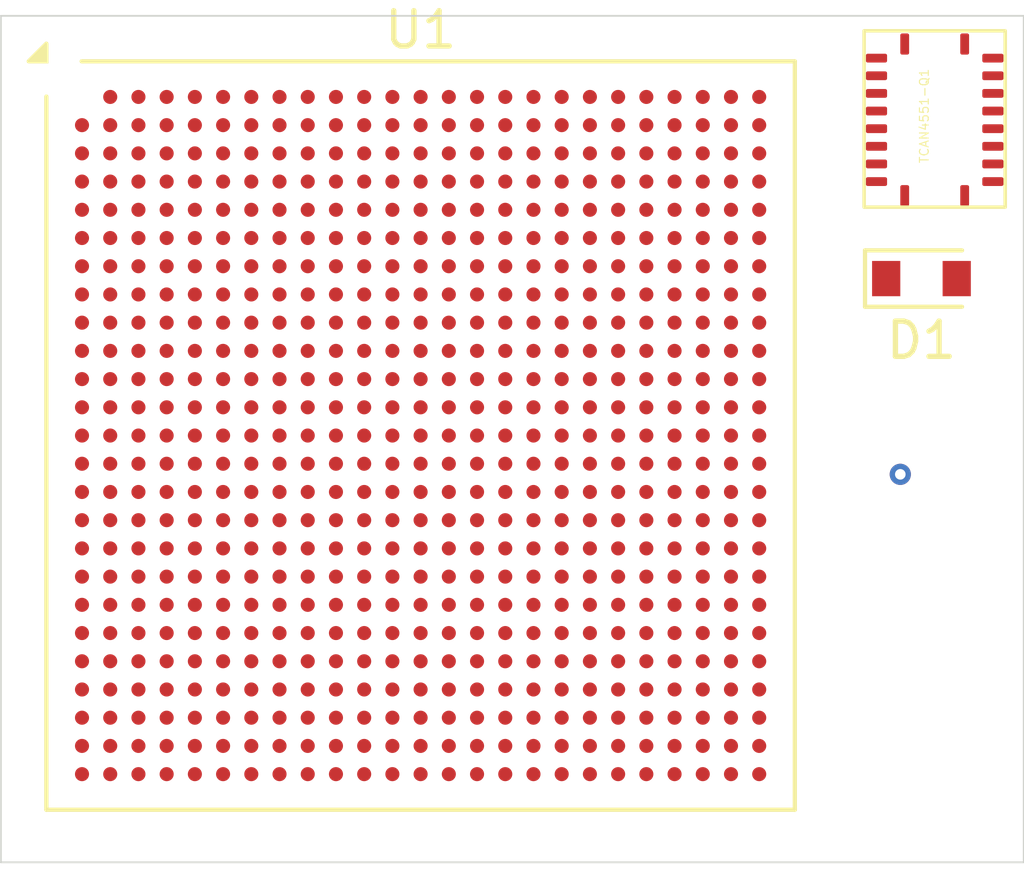
<source format=kicad_pcb>
(kicad_pcb (version 20241229) (generator "pcbnew") (generator_version "9.0")
  (layers (0 "F.Cu" signal) (2 "B.Cu" signal) (13 "F.Paste" user) (15 "B.Paste" user) (5 "F.SilkS" user "F.Silkscreen") (7 "B.SilkS" user "B.Silkscreen") (1 "F.Mask" user) (3 "B.Mask" user) (25 "Edge.Cuts" user))
  (net 0 "")
  (net 3 "Net-(U1A-VDD_PU_CAP-PadH17)")
  (net 4 "Net-(U1A-GND-PadA13)")
  (net 5 "Net-(U1A-VDD_ARM_CAP-PadH13)")
  (net 6 "Net-(U1A-VDD_ARM_IN-PadH14)")
  (net 7 "Net-(U1A-VDD_SOC_IN-PadH16)")
  (net 8 "Net-(U1A-VDD_ARM23_CAP-PadH11)")
  (net 11 "Net-(U1A-VDD_SOC_CAP-PadR10)")
  (net 12 "Net-(U1A-VDD_ARM23_IN-PadK9)")
  (net 13 "Net-(U1A-VDD_HIGH_CAP-PadH10)")
  (net 14 "Net-(U1A-VDD_HIGH_IN-PadH9)")
  (footprint "Package_BGA:BGA-624_21x21mm_Layout25x25_P0.8mm" (layer "F.Cu") (at 125.4 106.4)
    (property "Reference" "U1")
    (property "Value" "~")
  )
  (footprint "LED_SMD:LED_miniPLCC_2315" (layer "F.Cu") (at 139.6 101.95)
    (property "Reference" "D1")
    (property "Value" "LED")
  )
  (footprint "TCAN4551-Q1:Untitled" (layer "F.Cu") (at 138.325 95.7)
    (property "Reference" "U2" (hide yes))
    (property "Value" "~" (hide yes))
  )
  (gr_rect (start 113.5 94.5) (end 142.5 118.5) (stroke (width 0.05)) (fill no) (layer "Edge.Cuts"))
  (via (at 139 107.5) (size 0.6) (drill 0.3) (layers "F.Cu" "B.Cu") (net 0))
)
</source>
